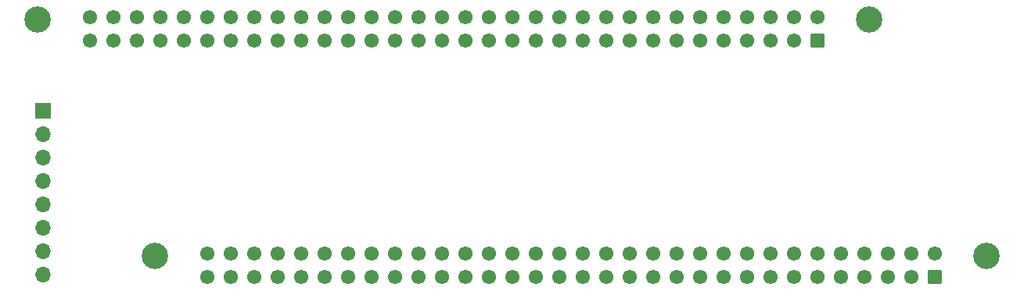
<source format=gbr>
%TF.GenerationSoftware,KiCad,Pcbnew,7.0.11+1*%
%TF.CreationDate,2024-05-02T20:53:07+02:00*%
%TF.ProjectId,Thor_20_backplane,54686f72-5f32-4305-9f62-61636b706c61,0.1*%
%TF.SameCoordinates,Original*%
%TF.FileFunction,Soldermask,Top*%
%TF.FilePolarity,Negative*%
%FSLAX46Y46*%
G04 Gerber Fmt 4.6, Leading zero omitted, Abs format (unit mm)*
G04 Created by KiCad (PCBNEW 7.0.11+1) date 2024-05-02 20:53:07*
%MOMM*%
%LPD*%
G01*
G04 APERTURE LIST*
G04 Aperture macros list*
%AMRoundRect*
0 Rectangle with rounded corners*
0 $1 Rounding radius*
0 $2 $3 $4 $5 $6 $7 $8 $9 X,Y pos of 4 corners*
0 Add a 4 corners polygon primitive as box body*
4,1,4,$2,$3,$4,$5,$6,$7,$8,$9,$2,$3,0*
0 Add four circle primitives for the rounded corners*
1,1,$1+$1,$2,$3*
1,1,$1+$1,$4,$5*
1,1,$1+$1,$6,$7*
1,1,$1+$1,$8,$9*
0 Add four rect primitives between the rounded corners*
20,1,$1+$1,$2,$3,$4,$5,0*
20,1,$1+$1,$4,$5,$6,$7,0*
20,1,$1+$1,$6,$7,$8,$9,0*
20,1,$1+$1,$8,$9,$2,$3,0*%
G04 Aperture macros list end*
%ADD10C,2.850000*%
%ADD11RoundRect,0.249999X0.525001X-0.525001X0.525001X0.525001X-0.525001X0.525001X-0.525001X-0.525001X0*%
%ADD12C,1.550000*%
%ADD13R,1.700000X1.700000*%
%ADD14O,1.700000X1.700000*%
G04 APERTURE END LIST*
D10*
%TO.C,J4*%
X137086000Y-58593000D03*
X227086000Y-58593000D03*
D11*
X221456000Y-60833000D03*
D12*
X218916000Y-60833000D03*
X216376000Y-60833000D03*
X213836000Y-60833000D03*
X211296000Y-60833000D03*
X208756000Y-60833000D03*
X206216000Y-60833000D03*
X203676000Y-60833000D03*
X201136000Y-60833000D03*
X198596000Y-60833000D03*
X196056000Y-60833000D03*
X193516000Y-60833000D03*
X190976000Y-60833000D03*
X188436000Y-60833000D03*
X185896000Y-60833000D03*
X183356000Y-60833000D03*
X180816000Y-60833000D03*
X178276000Y-60833000D03*
X175736000Y-60833000D03*
X173196000Y-60833000D03*
X170656000Y-60833000D03*
X168116000Y-60833000D03*
X165576000Y-60833000D03*
X163036000Y-60833000D03*
X160496000Y-60833000D03*
X157956000Y-60833000D03*
X155416000Y-60833000D03*
X152876000Y-60833000D03*
X150336000Y-60833000D03*
X147796000Y-60833000D03*
X145256000Y-60833000D03*
X142716000Y-60833000D03*
X221456000Y-58293000D03*
X218916000Y-58293000D03*
X216376000Y-58293000D03*
X213836000Y-58293000D03*
X211296000Y-58293000D03*
X208756000Y-58293000D03*
X206216000Y-58293000D03*
X203676000Y-58293000D03*
X201136000Y-58293000D03*
X198596000Y-58293000D03*
X196056000Y-58293000D03*
X193516000Y-58293000D03*
X190976000Y-58293000D03*
X188436000Y-58293000D03*
X185896000Y-58293000D03*
X183356000Y-58293000D03*
X180816000Y-58293000D03*
X178276000Y-58293000D03*
X175736000Y-58293000D03*
X173196000Y-58293000D03*
X170656000Y-58293000D03*
X168116000Y-58293000D03*
X165576000Y-58293000D03*
X163036000Y-58293000D03*
X160496000Y-58293000D03*
X157956000Y-58293000D03*
X155416000Y-58293000D03*
X152876000Y-58293000D03*
X150336000Y-58293000D03*
X147796000Y-58293000D03*
X145256000Y-58293000D03*
X142716000Y-58293000D03*
%TD*%
D10*
%TO.C,J3*%
X149786000Y-84247000D03*
X239786000Y-84247000D03*
D11*
X234156000Y-86487000D03*
D12*
X231616000Y-86487000D03*
X229076000Y-86487000D03*
X226536000Y-86487000D03*
X223996000Y-86487000D03*
X221456000Y-86487000D03*
X218916000Y-86487000D03*
X216376000Y-86487000D03*
X213836000Y-86487000D03*
X211296000Y-86487000D03*
X208756000Y-86487000D03*
X206216000Y-86487000D03*
X203676000Y-86487000D03*
X201136000Y-86487000D03*
X198596000Y-86487000D03*
X196056000Y-86487000D03*
X193516000Y-86487000D03*
X190976000Y-86487000D03*
X188436000Y-86487000D03*
X185896000Y-86487000D03*
X183356000Y-86487000D03*
X180816000Y-86487000D03*
X178276000Y-86487000D03*
X175736000Y-86487000D03*
X173196000Y-86487000D03*
X170656000Y-86487000D03*
X168116000Y-86487000D03*
X165576000Y-86487000D03*
X163036000Y-86487000D03*
X160496000Y-86487000D03*
X157956000Y-86487000D03*
X155416000Y-86487000D03*
X234156000Y-83947000D03*
X231616000Y-83947000D03*
X229076000Y-83947000D03*
X226536000Y-83947000D03*
X223996000Y-83947000D03*
X221456000Y-83947000D03*
X218916000Y-83947000D03*
X216376000Y-83947000D03*
X213836000Y-83947000D03*
X211296000Y-83947000D03*
X208756000Y-83947000D03*
X206216000Y-83947000D03*
X203676000Y-83947000D03*
X201136000Y-83947000D03*
X198596000Y-83947000D03*
X196056000Y-83947000D03*
X193516000Y-83947000D03*
X190976000Y-83947000D03*
X188436000Y-83947000D03*
X185896000Y-83947000D03*
X183356000Y-83947000D03*
X180816000Y-83947000D03*
X178276000Y-83947000D03*
X175736000Y-83947000D03*
X173196000Y-83947000D03*
X170656000Y-83947000D03*
X168116000Y-83947000D03*
X165576000Y-83947000D03*
X163036000Y-83947000D03*
X160496000Y-83947000D03*
X157956000Y-83947000D03*
X155416000Y-83947000D03*
%TD*%
D13*
%TO.C,P8*%
X137636000Y-68453000D03*
D14*
X137636000Y-70993000D03*
X137636000Y-73533000D03*
X137636000Y-76073000D03*
X137636000Y-78613000D03*
X137636000Y-81153000D03*
X137636000Y-83693000D03*
X137636000Y-86233000D03*
%TD*%
M02*

</source>
